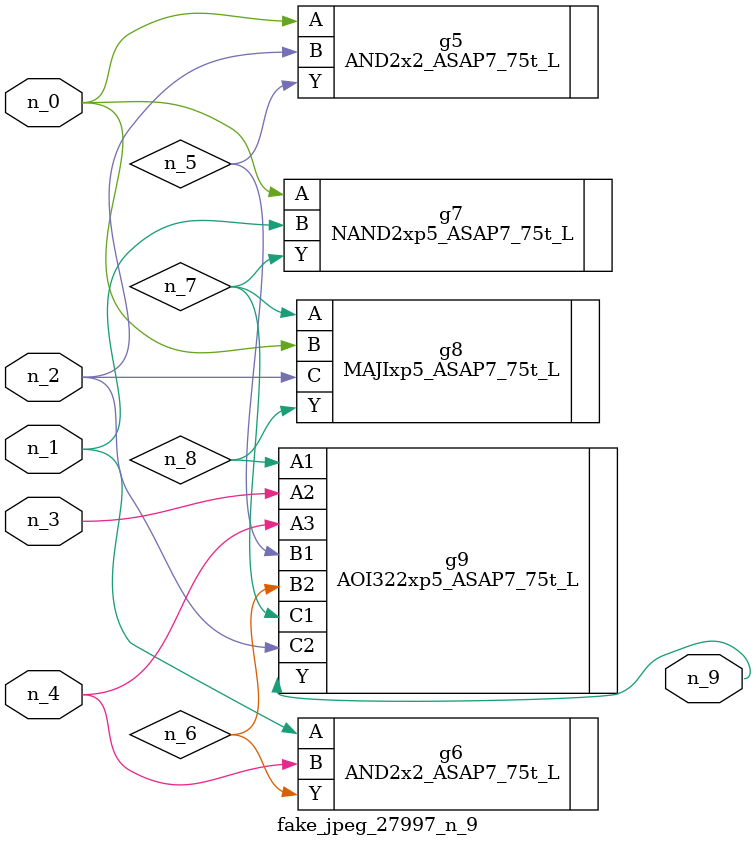
<source format=v>
module fake_jpeg_27997_n_9 (n_3, n_2, n_1, n_0, n_4, n_9);

input n_3;
input n_2;
input n_1;
input n_0;
input n_4;

output n_9;

wire n_8;
wire n_6;
wire n_5;
wire n_7;

AND2x2_ASAP7_75t_L g5 ( 
.A(n_0),
.B(n_2),
.Y(n_5)
);

AND2x2_ASAP7_75t_L g6 ( 
.A(n_1),
.B(n_4),
.Y(n_6)
);

NAND2xp5_ASAP7_75t_L g7 ( 
.A(n_0),
.B(n_1),
.Y(n_7)
);

MAJIxp5_ASAP7_75t_L g8 ( 
.A(n_7),
.B(n_0),
.C(n_2),
.Y(n_8)
);

AOI322xp5_ASAP7_75t_L g9 ( 
.A1(n_8),
.A2(n_3),
.A3(n_4),
.B1(n_5),
.B2(n_6),
.C1(n_7),
.C2(n_2),
.Y(n_9)
);


endmodule
</source>
